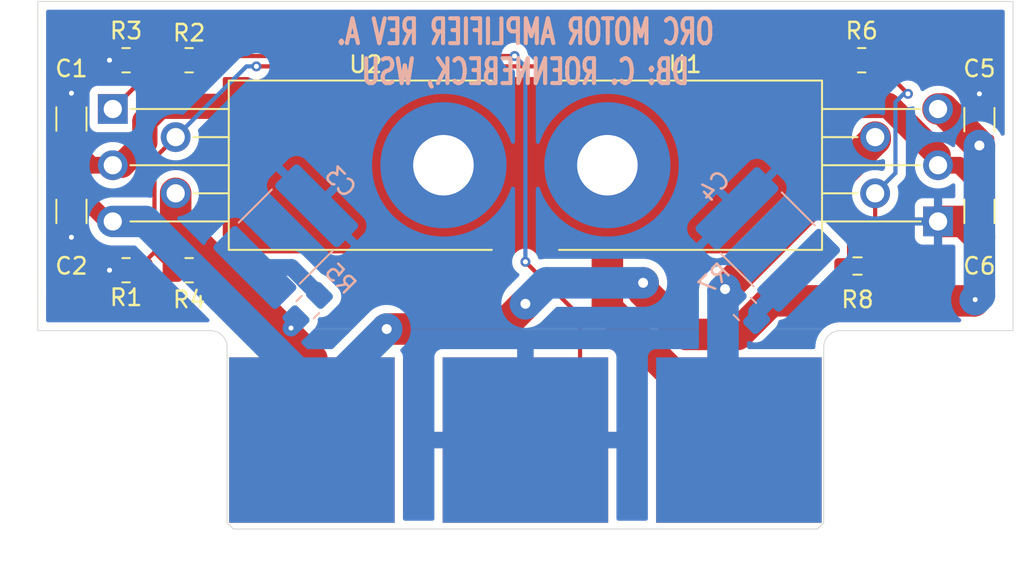
<source format=kicad_pcb>
(kicad_pcb (version 20240108) (generator "pcbnew") (generator_version "8.0")
  (layers (0 "F.Cu" signal) (31 "B.Cu" signal) (34 "B.Paste" user) (35 "F.Paste" user) (36 "B.SilkS" user "B.Silkscreen") (37 "F.SilkS" user "F.Silkscreen") (38 "B.Mask" user) (39 "F.Mask" user) (44 "Edge.Cuts" user))
  (net 0 "")
  (net 1 "GND")
  (net 2 "VEE")
  (net 3 "VCC")
  (net 4 "Net-(C3-Pad1)")
  (net 5 "Net-(C4-Pad1)")
  (net 6 "Net-(U1--)")
  (net 7 "/Input")
  (net 8 "Net-(U1-+)")
  (net 9 "/Out A")
  (net 10 "Net-(U2--)")
  (net 11 "/OutB")
  (footprint "Package_TO_SOT_THT:TO-220-5_P3.4x3.8mm_StaggerOdd_Lead7.13mm_TabDown_504222B_HS" (layer "F.Cu") (at 152.4 111.76 -90)
    (property "Reference" "U1" (at -6.096 -9.652 180) (layer "F.SilkS"))
    (property "Value" "LM675")
    (fp_line (start -5.121 17.923) (end 5.12 17.923) (stroke (width 0.12)) (layer "F.SilkS"))
    (fp_line (start -3.4 17.923) (end -3.4 23.883) (stroke (width 0.12)) (layer "F.SilkS"))
    (fp_line (start -1.7 17.923) (end -1.7 20.067) (stroke (width 0.12)) (layer "F.SilkS"))
    (fp_line (start 0 17.923) (end 0 23.868) (stroke (width 0.12)) (layer "F.SilkS"))
    (fp_line (start 1.7 17.923) (end 1.7 20.067) (stroke (width 0.12)) (layer "F.SilkS"))
    (fp_line (start 3.4 17.923) (end 3.4 23.868) (stroke (width 0.12)) (layer "F.SilkS"))
    (fp_line (start -5.121 2.033) (end -5.121 17.923) (stroke (width 0.12)) (layer "F.SilkS"))
    (fp_line (start 5.12 2.033) (end 5.12 17.923) (stroke (width 0.12)) (layer "F.SilkS"))
    (pad "1" thru_hole rect (at -3.4 24.933 270) (size 1.8 1.8) (drill 1.1) (layers "*.Cu" "*.Mask") (net 8 "Net-(U1-+)"))
    (pad "2" thru_hole oval (at -1.7 21.133 270) (size 1.8 1.8) (drill 1.1) (layers "*.Cu" "*.Mask") (net 6 "Net-(U1--)"))
    (pad "3" thru_hole circle (at 0 4.953) (size 7.62 7.62) (drill 3.6576) (layers "*.Cu" "*.Mask") (net 2 "VEE"))
    (pad "3" thru_hole oval (at 0 24.933 270) (size 1.8 1.8) (drill 1.1) (layers "*.Cu" "*.Mask") (net 2 "VEE"))
    (pad "4" thru_hole oval (at 1.7 21.133 270) (size 1.8 1.8) (drill 1.1) (layers "*.Cu" "*.Mask") (net 9 "/Out A"))
    (pad "5" thru_hole oval (at 3.4 24.933 270) (size 1.8 1.8) (drill 1.1) (layers "*.Cu" "*.Mask") (net 3 "VCC"))
  )
  (footprint "Resistor_SMD:R_0805_2012Metric_Pad1.20x1.40mm_HandSolder" (layer "F.Cu") (at 128.27 105.41 180)
    (property "Reference" "R3" (at 0 1.778 0) (layer "F.SilkS"))
    (property "Value" "100 ±0.5%")
    (fp_line (start -0.227064 0.735) (end 0.227064 0.735) (stroke (width 0.12)) (layer "F.SilkS"))
    (fp_line (start -0.227064 -0.735) (end 0.227064 -0.735) (stroke (width 0.12)) (layer "F.SilkS"))
    (pad "1" smd roundrect (at -1 0 180) (size 1.2 1.4) (layers "F.Cu" "F.Paste" "F.Mask") (roundrect_rratio 0.208333) (net 8 "Net-(U1-+)"))
    (pad "2" smd roundrect (at 1 0 180) (size 1.2 1.4) (layers "F.Cu" "F.Paste" "F.Mask") (roundrect_rratio 0.208333) (net 1 "GND"))
  )
  (footprint "Package_TO_SOT_THT:TO-220-5_P3.4x3.8mm_StaggerOdd_Lead7.13mm_TabDown_504222B_HS" (layer "F.Cu") (at 152.4 111.76 90)
    (property "Reference" "U2" (at 6.096 -9.652 180) (layer "F.SilkS"))
    (property "Value" "LM675")
    (fp_line (start 5.12 2.033) (end 5.12 17.923) (stroke (width 0.12)) (layer "F.SilkS"))
    (fp_line (start -5.121 2.033) (end -5.121 17.923) (stroke (width 0.12)) (layer "F.SilkS"))
    (fp_line (start 3.4 17.923) (end 3.4 23.868) (stroke (width 0.12)) (layer "F.SilkS"))
    (fp_line (start 1.7 17.923) (end 1.7 20.067) (stroke (width 0.12)) (layer "F.SilkS"))
    (fp_line (start 0 17.923) (end 0 23.868) (stroke (width 0.12)) (layer "F.SilkS"))
    (fp_line (start -1.7 17.923) (end -1.7 20.067) (stroke (width 0.12)) (layer "F.SilkS"))
    (fp_line (start -3.4 17.923) (end -3.4 23.883) (stroke (width 0.12)) (layer "F.SilkS"))
    (fp_line (start -5.121 17.923) (end 5.12 17.923) (stroke (width 0.12)) (layer "F.SilkS"))
    (pad "1" thru_hole rect (at -3.4 24.933 90) (size 1.8 1.8) (drill 1.1) (layers "*.Cu" "*.Mask") (net 1 "GND"))
    (pad "2" thru_hole oval (at -1.7 21.133 90) (size 1.8 1.8) (drill 1.1) (layers "*.Cu" "*.Mask") (net 10 "Net-(U2--)"))
    (pad "3" thru_hole circle (at 0 4.953 180) (size 7.62 7.62) (drill 3.6576) (layers "*.Cu" "*.Mask") (net 2 "VEE"))
    (pad "3" thru_hole oval (at 0 24.933 90) (size 1.8 1.8) (drill 1.1) (layers "*.Cu" "*.Mask") (net 2 "VEE"))
    (pad "4" thru_hole oval (at 1.7 21.133 90) (size 1.8 1.8) (drill 1.1) (layers "*.Cu" "*.Mask") (net 11 "/OutB"))
    (pad "5" thru_hole oval (at 3.4 24.933 90) (size 1.8 1.8) (drill 1.1) (layers "*.Cu" "*.Mask") (net 3 "VCC"))
  )
  (footprint "Capacitor_SMD:C_1206_3216Metric_Pad1.33x1.80mm_HandSolder" (layer "F.Cu") (at 124.968 108.966 90)
    (property "Reference" "C1" (at 3.048 0 180) (layer "F.SilkS"))
    (property "Value" ".1µ")
    (fp_line (start -0.711252 -0.91) (end 0.711252 -0.91) (stroke (width 0.12)) (layer "F.SilkS"))
    (fp_line (start -0.711252 0.91) (end 0.711252 0.91) (stroke (width 0.12)) (layer "F.SilkS"))
    (pad "1" smd roundrect (at -1.5625 0 90) (size 1.325 1.8) (layers "F.Cu" "F.Paste" "F.Mask") (roundrect_rratio 0.188679) (net 2 "VEE"))
    (pad "2" smd roundrect (at 1.5625 0 90) (size 1.325 1.8) (layers "F.Cu" "F.Paste" "F.Mask") (roundrect_rratio 0.188679) (net 1 "GND"))
  )
  (footprint "Resistor_SMD:R_0805_2012Metric_Pad1.20x1.40mm_HandSolder" (layer "F.Cu") (at 128.27 118.11 180)
    (property "Reference" "R1" (at 0 -1.65 0) (layer "F.SilkS"))
    (property "Value" "10k")
    (fp_line (start -0.227064 0.735) (end 0.227064 0.735) (stroke (width 0.12)) (layer "F.SilkS"))
    (fp_line (start -0.227064 -0.735) (end 0.227064 -0.735) (stroke (width 0.12)) (layer "F.SilkS"))
    (pad "1" smd roundrect (at -1 0 180) (size 1.2 1.4) (layers "F.Cu" "F.Paste" "F.Mask") (roundrect_rratio 0.208333) (net 6 "Net-(U1--)"))
    (pad "2" smd roundrect (at 1 0 180) (size 1.2 1.4) (layers "F.Cu" "F.Paste" "F.Mask") (roundrect_rratio 0.208333) (net 1 "GND"))
  )
  (footprint "Resistor_SMD:R_0603_1608Metric_Pad0.98x0.95mm_HandSolder" (layer "F.Cu") (at 172.466 117.856 180)
    (property "Reference" "R8" (at 0 -2.032 0) (layer "F.SilkS"))
    (property "Value" "990k")
    (fp_line (start -0.254724 0.5225) (end 0.254724 0.5225) (stroke (width 0.12)) (layer "F.SilkS"))
    (fp_line (start -0.254724 -0.5225) (end 0.254724 -0.5225) (stroke (width 0.12)) (layer "F.SilkS"))
    (pad "1" smd roundrect (at -0.9125 0 180) (size 0.975 0.95) (layers "F.Cu" "F.Paste" "F.Mask") (net 10 "Net-(U2--)"))
    (pad "2" smd roundrect (at 0.9125 0 180) (size 0.975 0.95) (layers "F.Cu" "F.Paste" "F.Mask") (net 11 "/OutB"))
  )
  (footprint "Capacitor_SMD:C_1206_3216Metric_Pad1.33x1.80mm_HandSolder" (layer "F.Cu") (at 179.832 114.554 -90)
    (property "Reference" "C6" (at 3.302 0 180) (layer "F.SilkS"))
    (property "Value" ".1µ")
    (fp_line (start -0.711252 0.91) (end 0.711252 0.91) (stroke (width 0.12)) (layer "F.SilkS"))
    (fp_line (start -0.711252 -0.91) (end 0.711252 -0.91) (stroke (width 0.12)) (layer "F.SilkS"))
    (pad "1" smd roundrect (at -1.5625 0 270) (size 1.325 1.8) (layers "F.Cu" "F.Paste" "F.Mask") (roundrect_rratio 0.188679) (net 2 "VEE"))
    (pad "2" smd roundrect (at 1.5625 0 270) (size 1.325 1.8) (layers "F.Cu" "F.Paste" "F.Mask") (roundrect_rratio 0.188679) (net 1 "GND"))
  )
  (footprint "Connector_PCBEdge:MOLEX-45719-0005_PCB_EDGE" (layer "F.Cu") (at 152.4 133.382)
    (property "Reference" "J1" (hide yes))
    (property "Value" "Conn_01x06")
    (pad "A3" smd rect (at 12.9 -5) (size 10.000005 10.000005) (property pad_prop_fiducial_loc) (layers "F.Cu" "F.Mask") (net 2 "VEE"))
    (pad "A8" smd rect (at 0 -5) (size 10.000005 10.000005) (property pad_prop_fiducial_loc) (layers "F.Cu" "F.Mask") (net 7 "/Input"))
    (pad "A13" smd rect (at -12.9 -5) (size 10.000005 10.000005) (property pad_prop_fiducial_loc) (layers "F.Cu" "F.Mask") (net 9 "/Out A"))
    (pad "B3" smd rect (at 12.9 -5) (size 10.000005 10.000005) (property pad_prop_fiducial_loc) (layers "B.Cu" "B.Mask") (net 11 "/OutB"))
    (pad "B8" smd rect (at 0 -5) (size 10.000005 10.000005) (property pad_prop_fiducial_loc) (layers "B.Cu" "B.Mask") (net 1 "GND"))
    (pad "B13" smd rect (at -12.9 -5) (size 10.000005 10.000005) (property pad_prop_fiducial_loc) (layers "B.Cu" "B.Mask") (net 3 "VCC"))
  )
  (footprint "Resistor_SMD:R_0805_2012Metric_Pad1.20x1.40mm_HandSolder" (layer "F.Cu") (at 132.08 105.41)
    (property "Reference" "R2" (at 0 -1.65 0) (layer "F.SilkS"))
    (property "Value" "213 ±0.5%")
    (fp_line (start -0.227064 -0.735) (end 0.227064 -0.735) (stroke (width 0.12)) (layer "F.SilkS"))
    (fp_line (start -0.227064 0.735) (end 0.227064 0.735) (stroke (width 0.12)) (layer "F.SilkS"))
    (pad "1" smd roundrect (at -1 0) (size 1.2 1.4) (layers "F.Cu" "F.Paste" "F.Mask") (roundrect_rratio 0.208333) (net 8 "Net-(U1-+)"))
    (pad "2" smd roundrect (at 1 0) (size 1.2 1.4) (layers "F.Cu" "F.Paste" "F.Mask") (roundrect_rratio 0.208333) (net 7 "/Input"))
  )
  (footprint "Resistor_SMD:R_0805_2012Metric_Pad1.20x1.40mm_HandSolder" (layer "F.Cu") (at 172.72 105.41 180)
    (property "Reference" "R6" (at 0 1.778 0) (layer "F.SilkS"))
    (property "Value" "99k")
    (fp_line (start -0.227064 0.735) (end 0.227064 0.735) (stroke (width 0.12)) (layer "F.SilkS"))
    (fp_line (start -0.227064 -0.735) (end 0.227064 -0.735) (stroke (width 0.12)) (layer "F.SilkS"))
    (pad "1" smd roundrect (at -1 0 180) (size 1.2 1.4) (layers "F.Cu" "F.Paste" "F.Mask") (roundrect_rratio 0.208333) (net 10 "Net-(U2--)"))
    (pad "2" smd roundrect (at 1 0 180) (size 1.2 1.4) (layers "F.Cu" "F.Paste" "F.Mask") (roundrect_rratio 0.208333) (net 6 "Net-(U1--)"))
  )
  (footprint "Capacitor_SMD:C_1206_3216Metric_Pad1.33x1.80mm_HandSolder" (layer "F.Cu") (at 179.832 109.0045 90)
    (property "Reference" "C5" (at 3.0865 0 180) (layer "F.SilkS"))
    (property "Value" ".1µ")
    (fp_line (start -0.711252 -0.91) (end 0.711252 -0.91) (stroke (width 0.12)) (layer "F.SilkS"))
    (fp_line (start -0.711252 0.91) (end 0.711252 0.91) (stroke (width 0.12)) (layer "F.SilkS"))
    (pad "1" smd roundrect (at -1.5625 0 90) (size 1.325 1.8) (layers "F.Cu" "F.Paste" "F.Mask") (roundrect_rratio 0.188679) (net 3 "VCC"))
    (pad "2" smd roundrect (at 1.5625 0 90) (size 1.325 1.8) (layers "F.Cu" "F.Paste" "F.Mask") (roundrect_rratio 0.188679) (net 1 "GND"))
  )
  (footprint "Capacitor_SMD:C_1206_3216Metric_Pad1.33x1.80mm_HandSolder" (layer "F.Cu") (at 124.968 114.554 -90)
    (property "Reference" "C2" (at 3.302 0 180) (layer "F.SilkS"))
    (property "Value" ".1µ")
    (fp_line (start -0.711252 0.91) (end 0.711252 0.91) (stroke (width 0.12)) (layer "F.SilkS"))
    (fp_line (start -0.711252 -0.91) (end 0.711252 -0.91) (stroke (width 0.12)) (layer "F.SilkS"))
    (pad "1" smd roundrect (at -1.5625 0 270) (size 1.325 1.8) (layers "F.Cu" "F.Paste" "F.Mask") (roundrect_rratio 0.188679) (net 3 "VCC"))
    (pad "2" smd roundrect (at 1.5625 0 270) (size 1.325 1.8) (layers "F.Cu" "F.Paste" "F.Mask") (roundrect_rratio 0.188679) (net 1 "GND"))
  )
  (footprint "Resistor_SMD:R_0805_2012Metric_Pad1.20x1.40mm_HandSolder" (layer "F.Cu") (at 132.08 118.11)
    (property "Reference" "R4" (at 0 1.778 0) (layer "F.SilkS"))
    (property "Value" "100k")
    (fp_line (start -0.227064 -0.735) (end 0.227064 -0.735) (stroke (width 0.12)) (layer "F.SilkS"))
    (fp_line (start -0.227064 0.735) (end 0.227064 0.735) (stroke (width 0.12)) (layer "F.SilkS"))
    (pad "1" smd roundrect (at -1 0) (size 1.2 1.4) (layers "F.Cu" "F.Paste" "F.Mask") (roundrect_rratio 0.208333) (net 6 "Net-(U1--)"))
    (pad "2" smd roundrect (at 1 0) (size 1.2 1.4) (layers "F.Cu" "F.Paste" "F.Mask") (roundrect_rratio 0.208333) (net 9 "/Out A"))
  )
  (footprint "Capacitor_SMD:C_2220_5750Metric_Pad1.97x5.40mm_HandSolder" (layer "B.Cu") (at 137.922 116.078 45)
    (property "Reference" "C3" (at 4.669733 0 -45) (layer "B.SilkS") (effects (justify mirror)))
    (property "Value" ".22µ")
    (fp_line (start 1.415748 -2.61) (end -1.415748 -2.61) (stroke (width 0.12)) (layer "B.SilkS"))
    (fp_line (start 1.415748 2.61) (end -1.415748 2.61) (stroke (width 0.12)) (layer "B.SilkS"))
    (pad "1" smd roundrect (at -2.6375 0 45) (size 1.975 5.4) (layers "B.Cu" "B.Paste" "B.Mask") (roundrect_rratio 0.126582) (net 4 "Net-(C3-Pad1)"))
    (pad "2" smd roundrect (at 2.6375 0 45) (size 1.975 5.4) (layers "B.Cu" "B.Paste" "B.Mask") (roundrect_rratio 0.126582) (net 1 "GND"))
  )
  (footprint "Resistor_SMD:R_0805_2012Metric_Pad1.20x1.40mm_HandSolder" (layer "B.Cu") (at 165.662893 120.450893 -45)
    (property "Reference" "R7" (at -2.592102 0 45) (layer "B.SilkS") (effects (justify mirror)))
    (property "Value" "6.98k")
    (fp_line (start 0.227064 0.735) (end -0.227064 0.735) (stroke (width 0.12)) (layer "B.SilkS"))
    (fp_line (start 0.227064 -0.735) (end -0.227064 -0.735) (stroke (width 0.12)) (layer "B.SilkS"))
    (pad "1" smd roundrect (at -1 0 315) (size 1.2 1.4) (layers "B.Cu" "B.Paste" "B.Mask") (roundrect_rratio 0.208333) (net 11 "/OutB"))
    (pad "2" smd roundrect (at 1 0 315) (size 1.2 1.4) (layers "B.Cu" "B.Paste" "B.Mask") (roundrect_rratio 0.208333) (net 5 "Net-(C4-Pad1)"))
  )
  (footprint "Capacitor_SMD:C_2220_5750Metric_Pad1.97x5.40mm_HandSolder" (layer "B.Cu") (at 167.045006 116.245006 135)
    (property "Reference" "C4" (at 4.546705 0 45) (layer "B.SilkS") (effects (justify mirror)))
    (property "Value" ".22µ")
    (fp_line (start 1.415748 -2.61) (end -1.415748 -2.61) (stroke (width 0.12)) (layer "B.SilkS"))
    (fp_line (start 1.415748 2.61) (end -1.415748 2.61) (stroke (width 0.12)) (layer "B.SilkS"))
    (pad "1" smd roundrect (at -2.6375 0 135) (size 1.975 5.4) (layers "B.Cu" "B.Paste" "B.Mask") (roundrect_rratio 0.126582) (net 5 "Net-(C4-Pad1)"))
    (pad "2" smd roundrect (at 2.6375 0 135) (size 1.975 5.4) (layers "B.Cu" "B.Paste" "B.Mask") (roundrect_rratio 0.126582) (net 1 "GND"))
  )
  (footprint "Resistor_SMD:R_0805_2012Metric_Pad1.20x1.40mm_HandSolder" (layer "B.Cu") (at 139.246893 120.341107 45)
    (property "Reference" "R5" (at 2.616446 0.179605 -45) (layer "B.SilkS") (effects (justify mirror)))
    (property "Value" "6.98k")
    (fp_line (start 0.227064 -0.735) (end -0.227064 -0.735) (stroke (width 0.12)) (layer "B.SilkS"))
    (fp_line (start 0.227064 0.735) (end -0.227064 0.735) (stroke (width 0.12)) (layer "B.SilkS"))
    (pad "1" smd roundrect (at -1 0 45) (size 1.2 1.4) (layers "B.Cu" "B.Paste" "B.Mask") (roundrect_rratio 0.208333) (net 9 "/Out A"))
    (pad "2" smd roundrect (at 1 0 45) (size 1.2 1.4) (layers "B.Cu" "B.Paste" "B.Mask") (roundrect_rratio 0.208333) (net 4 "Net-(C3-Pad1)"))
  )
  (gr_arc (start 170.425 122.762) (mid 170.717893 122.054893) (end 171.425 121.762) (stroke (width 0.05)) (layer "Edge.Cuts"))
  (gr_line (start 134.755 133.762) (end 134.375 133.382) (stroke (width 0.05)) (layer "Edge.Cuts"))
  (gr_line (start 170.425 133.382) (end 170.045 133.762) (stroke (width 0.05)) (layer "Edge.Cuts"))
  (gr_line (start 133.375 121.762) (end 122.93537 121.762) (stroke (width 0.05)) (layer "Edge.Cuts"))
  (gr_line (start 122.936629 101.854) (end 122.93537 121.762) (stroke (width 0.05)) (layer "Edge.Cuts"))
  (gr_arc (start 133.375 121.762) (mid 134.082107 122.054893) (end 134.375 122.762) (stroke (width 0.05)) (layer "Edge.Cuts"))
  (gr_line (start 181.864 121.762) (end 181.864 101.854) (stroke (width 0.05)) (layer "Edge.Cuts"))
  (gr_line (start 170.425 122.762) (end 170.425 133.382) (stroke (width 0.05)) (layer "Edge.Cuts"))
  (gr_line (start 134.375 122.762) (end 134.375 133.382) (stroke (width 0.05)) (layer "Edge.Cuts"))
  (gr_line (start 170.045 133.762) (end 134.755 133.762) (stroke (width 0.05)) (layer "Edge.Cuts"))
  (gr_line (start 171.425 121.762) (end 181.864 121.762) (stroke (width 0.05)) (layer "Edge.Cuts"))
  (gr_line (start 181.864 101.854) (end 122.936629 101.854) (stroke (width 0.05)) (layer "Edge.Cuts"))
  (gr_text "ORC MOTOR AMPLIFIER REV A.\nDB: C. ROENNEBECK, WSU" (at 152.4 104.902 0) (layer "B.SilkS") (effects (font (size 1.5 1) (thickness 0.25) (bold yes)) (justify mirror)))
  (segment (start 177.333 115.16) (end 178.8755 115.16) (width 1.905) (layer "F.Cu") (net 1))
  (segment (start 178.8755 115.16) (end 179.832 116.1165) (width 1.905) (layer "F.Cu") (net 1))
  (via (at 179.832 107.442) (size 0.6) (drill 0.3) (layers "F.Cu" "B.Cu") (net 1))
  (via (at 127.27 105.41) (size 0.6) (drill 0.3) (layers "F.Cu" "B.Cu") (net 1))
  (via (at 127.27 118.11) (size 0.6) (drill 0.3) (layers "F.Cu" "B.Cu") (net 1))
  (via (at 124.968 116.1165) (size 0.6) (drill 0.3) (layers "F.Cu" "B.Cu") (net 1))
  (via (at 124.968 107.4035) (size 0.6) (drill 0.3) (layers "F.Cu" "B.Cu") (net 1))
  (segment (start 127.467 111.76) (end 127.467 111.934056) (width 1.016) (layer "F.Cu") (net 2))
  (segment (start 174.326012 108.1455) (end 160.9675 108.1455) (width 1.524) (layer "F.Cu") (net 2))
  (segment (start 177.333 111.76) (end 178.6005 111.76) (width 1.016) (layer "F.Cu") (net 2))
  (segment (start 157.353 120.435) (end 157.353 111.76) (width 1.905) (layer "F.Cu") (net 2))
  (segment (start 130.308 108.198) (end 143.885 108.198) (width 1.524) (layer "F.Cu") (net 2))
  (segment (start 178.6005 111.76) (end 179.832 112.9915) (width 1.016) (layer "F.Cu") (net 2))
  (segment (start 160.9675 108.1455) (end 157.353 111.76) (width 1.524) (layer "F.Cu") (net 2))
  (segment (start 127.467 111.76) (end 126.1995 111.76) (width 1.016) (layer "F.Cu") (net 2))
  (segment (start 127.467 111.76) (end 128.016 111.76) (width 1.524) (layer "F.Cu") (net 2))
  (segment (start 162.56 125.642) (end 165.3 128.382) (width 1.016) (layer "F.Cu") (net 2))
  (segment (start 129.405 109.101) (end 130.308 108.198) (width 1.524) (layer "F.Cu") (net 2))
  (segment (start 157.353 111.76) (end 147.447 111.76) (width 1.524) (layer "F.Cu") (net 2))
  (segment (start 143.885 108.198) (end 147.447 111.76) (width 1.524) (layer "F.Cu") (net 2))
  (segment (start 126.1995 111.76) (end 124.968 110.5285) (width 1.016) (layer "F.Cu") (net 2))
  (segment (start 177.333 111.76) (end 177.333 111.152488) (width 1.524) (layer "F.Cu") (net 2))
  (segment (start 165.3 128.382) (end 157.353 120.435) (width 1.905) (layer "F.Cu") (net 2))
  (segment (start 177.333 111.152488) (end 174.326012 108.1455) (width 1.524) (layer "F.Cu") (net 2))
  (segment (start 129.405 110.371) (end 129.405 109.101) (width 1.524) (layer "F.Cu") (net 2))
  (segment (start 177.333 111.76) (end 177.333 111.585944) (width 1.016) (layer "F.Cu") (net 2))
  (segment (start 128.016 111.76) (end 129.405 110.371) (width 1.524) (layer "F.Cu") (net 2))
  (segment (start 127.467 111.76) (end 127.467 111.576) (width 1.016) (layer "B.Cu") (net 2))
  (segment (start 165.20992 121.993) (end 167.24042 119.9625) (width 1.905) (layer "F.Cu") (net 3))
  (segment (start 144.018 121.666) (end 150.876 121.666) (width 1.905) (layer "F.Cu") (net 3))
  (segment (start 177.333 108.36) (end 177.625 108.36) (width 1.905) (layer "F.Cu") (net 3))
  (segment (start 167.24042 119.9625) (end 179.5035 119.9625) (width 1.905) (layer "F.Cu") (net 3))
  (segment (start 162.125 121.993) (end 165.20992 121.993) (width 1.905) (layer "F.Cu") (net 3))
  (segment (start 127.1365 115.16) (end 124.968 112.9915) (width 1.016) (layer "F.Cu") (net 3))
  (segment (start 159.512 118.872) (end 159.512 119.38) (width 1.905) (layer "F.Cu") (net 3))
  (segment (start 150.876 121.666) (end 152.4 120.142) (width 1.905) (layer "F.Cu") (net 3))
  (segment (start 159.512 119.38) (end 162.125 121.993) (width 1.905) (layer "F.Cu") (net 3))
  (segment (start 179.5035 119.9625) (end 179.578 119.888) (width 1.905) (layer "F.Cu") (net 3))
  (segment (start 177.625 108.36) (end 179.832 110.567) (width 1.905) (layer "F.Cu") (net 3))
  (segment (start 127.467 115.16) (end 127.1365 115.16) (width 1.016) (layer "F.Cu") (net 3))
  (via (at 179.832 110.567) (size 1.2) (drill 0.6) (layers "F.Cu" "B.Cu") (net 3))
  (via (at 144.018 121.666) (size 1.2) (drill 0.6) (layers "F.Cu" "B.Cu") (net 3))
  (via (at 159.512 118.872) (size 1.2) (drill 0.6) (layers "F.Cu" "B.Cu") (net 3))
  (via (at 179.578 119.888) (size 1.2) (drill 0.3) (layers "F.Cu" "B.Cu") (net 3))
  (via (at 152.4 120.142) (size 1.2) (drill 0.6) (layers "F.Cu" "B.Cu") (net 3))
  (segment (start 139.5 127.153106) (end 139.5 128.382) (width 1.524) (layer "B.Cu") (net 3))
  (segment (start 177.333 108.534056) (end 177.333 108.36) (width 1.016) (layer "B.Cu") (net 3))
  (segment (start 159.512 118.872) (end 153.67 118.872) (width 1.905) (layer "B.Cu") (net 3))
  (segment (start 127.467 114.790472) (end 127.467 115.16) (width 1.016) (layer "B.Cu") (net 3))
  (segment (start 139.5 126.184) (end 144.018 121.666) (width 1.905) (layer "B.Cu") (net 3))
  (segment (start 141.351 126.531) (end 139.5 128.382) (width 1.524) (layer "B.Cu") (net 3))
  (segment (start 179.832 119.634) (end 179.578 119.888) (width 1.905) (layer "B.Cu") (net 3))
  (segment (start 139.5 125.217362) (end 139.5 128.382) (width 1.905) (layer "B.Cu") (net 3))
  (segment (start 129.442638 115.16) (end 139.5 125.217362) (width 1.905) (layer "B.Cu") (net 3))
  (segment (start 127.467 115.16) (end 129.442638 115.16) (width 1.905) (layer "B.Cu") (net 3))
  (segment (start 139.5 125.168) (end 139.5 128.382) (width 1.016) (layer "B.Cu") (net 3))
  (segment (start 179.832 110.567) (end 179.832 119.634) (width 1.905) (layer "B.Cu") (net 3))
  (segment (start 139.5 128.382) (end 139.5 126.184) (width 1.905) (layer "B.Cu") (net 3))
  (segment (start 140.716 127.166) (end 139.5 128.382) (width 1.905) (layer "B.Cu") (net 3))
  (segment (start 153.67 118.872) (end 152.4 120.142) (width 1.905) (layer "B.Cu") (net 3))
  (segment (start 136.057006 117.942994) (end 138.262994 117.942994) (width 1.016) (layer "B.Cu") (net 4))
  (segment (start 138.262994 117.942994) (end 139.954 119.634) (width 1.016) (layer "B.Cu") (net 4))
  (segment (start 166.37 120.65) (end 168.91 118.11) (width 1.016) (layer "B.Cu") (net 5))
  (segment (start 166.37 121.158) (end 166.37 120.65) (width 1.016) (layer "B.Cu") (net 5))
  (segment (start 136.144 105.783) (end 171.347 105.783) (width 0.254) (layer "F.Cu") (net 6))
  (segment (start 129.27 117.735) (end 129.27 118.11) (width 0.254) (layer "F.Cu") (net 6))
  (segment (start 129.9875 117.0175) (end 131.08 118.11) (width 0.254) (layer "F.Cu") (net 6))
  (segment (start 129.9875 111.3395) (end 129.9875 117.0175) (width 0.254) (layer "F.Cu") (net 6))
  (segment (start 129.9875 117.0175) (end 129.27 117.735) (width 0.254) (layer "F.Cu") (net 6))
  (segment (start 131.267 110.06) (end 129.9875 111.3395) (width 0.254) (layer "F.Cu") (net 6))
  (segment (start 171.347 105.783) (end 171.72 105.41) (width 0.254) (layer "F.Cu") (net 6))
  (via (at 136.144 105.783) (size 0.6) (drill 0.3) (layers "F.Cu" "B.Cu") (net 6))
  (segment (start 135.544 105.783) (end 131.267 110.06) (width 0.254) (layer "B.Cu") (net 6))
  (segment (start 136.144 105.783) (end 135.544 105.783) (width 0.254) (layer "B.Cu") (net 6))
  (segment (start 133.334 105.156) (end 133.08 105.41) (width 0.254) (layer "F.Cu") (net 7))
  (segment (start 151.7475 105.156) (end 133.334 105.156) (width 0.254) (layer "F.Cu") (net 7))
  (segment (start 155.702 125.08) (end 152.4 128.382) (width 0.254) (layer "F.Cu") (net 7))
  (segment (start 155.702 120.904) (end 155.702 125.08) (width 0.254) (layer "F.Cu") (net 7))
  (segment (start 152.4 117.602) (end 155.702 120.904) (width 0.254) (layer "F.Cu") (net 7))
  (via (at 151.7475 105.156) (size 0.6) (drill 0.3) (layers "F.Cu" "B.Cu") (net 7))
  (via (at 152.4 117.602) (size 0.6) (drill 0.3) (layers "F.Cu" "B.Cu") (net 7))
  (segment (start 152.4 105.8085) (end 152.4 117.602) (width 0.254) (layer "B.Cu") (net 7))
  (segment (start 151.7475 105.156) (end 152.4 105.8085) (width 0.254) (layer "B.Cu") (net 7))
  (segment (start 127.467 108.36) (end 129.27 106.557) (width 0.254) (layer "F.Cu") (net 8))
  (segment (start 131.08 105.41) (end 129.27 105.41) (width 0.254) (layer "F.Cu") (net 8))
  (segment (start 129.27 106.557) (end 129.27 105.41) (width 0.254) (layer "F.Cu") (net 8))
  (segment (start 131.267 115.265) (end 131.267 113.46) (width 1.905) (layer "F.Cu") (net 9))
  (segment (start 139.5 123.498) (end 135.9645 119.9625) (width 1.905) (layer "F.Cu") (net 9))
  (segment (start 135.952138 119.9625) (end 135.1375 119.147862) (width 1.905) (layer "F.Cu") (net 9))
  (segment (start 135.1375 119.147862) (end 135.1375 119.1355) (width 1.905) (layer "F.Cu") (net 9))
  (segment (start 135.1375 119.1355) (end 131.267 115.265) (width 1.905) (layer "F.Cu") (net 9))
  (segment (start 135.9645 119.9625) (end 135.952138 119.9625) (width 1.905) (layer "F.Cu") (net 9))
  (segment (start 139.5 128.382) (end 139.5 123.498) (width 1.905) (layer "F.Cu") (net 9))
  (via (at 138.23647 121.60553) (size 0.6) (drill 0.3) (layers "F.Cu" "B.Cu") (net 9))
  (segment (start 138.539786 121.302214) (end 138.23647 121.60553) (width 1.016) (layer "B.Cu") (net 9))
  (segment (start 138.539786 121.048214) (end 138.539786 121.302214) (width 1.016) (layer "B.Cu") (net 9))
  (segment (start 175.514 107.442) (end 173.72 105.648) (width 0.254) (layer "F.Cu") (net 10))
  (segment (start 173.533 115.4155) (end 173.3785 115.57) (width 0.254) (layer "F.Cu") (net 10))
  (segment (start 173.533 113.46) (end 173.533 115.4155) (width 0.254) (layer "F.Cu") (net 10))
  (segment (start 173.72 105.648) (end 173.72 105.41) (width 0.254) (layer "F.Cu") (net 10))
  (segment (start 173.3785 115.57) (end 173.3785 117.856) (width 0.254) (layer "F.Cu") (net 10))
  (via (at 175.514 107.442) (size 0.6) (drill 0.3) (layers "F.Cu" "B.Cu") (net 10))
  (segment (start 174.76 112.233) (end 174.76 107.942) (width 0.254) (layer "B.Cu") (net 10))
  (segment (start 173.533 113.46) (end 174.76 112.233) (width 0.254) (layer "B.Cu") (net 10))
  (segment (start 173.533 113.46) (end 173.587924 113.46) (width 0.254) (layer "B.Cu") (net 10))
  (segment (start 175.26 107.442) (end 175.514 107.442) (width 0.254) (layer "B.Cu") (net 10))
  (segment (start 174.76 107.942) (end 175.26 107.442) (width 0.254) (layer "B.Cu") (net 10))
  (segment (start 171.958 117.4515) (end 171.958 111.635) (width 0.254) (layer "F.Cu") (net 11))
  (segment (start 171.5535 117.856) (end 171.958 117.4515) (width 0.254) (layer "F.Cu") (net 11))
  (segment (start 171.958 111.635) (end 173.533 110.06) (width 0.254) (layer "F.Cu") (net 11))
  (segment (start 173.533 110.185) (end 173.533 110.06) (width 1.905) (layer "F.Cu") (net 11))
  (segment (start 164.465 119.253) (end 173.533 110.185) (width 1.905) (layer "F.Cu") (net 11))
  (via (at 164.465 119.253) (size 1.2) (drill 0.6) (layers "F.Cu" "B.Cu") (net 11))
  (segment (start 164.338 119.38) (end 164.338 127.42) (width 1.905) (layer "B.Cu") (net 11))
  (segment (start 165.862 127.82) (end 165.3 128.382) (width 1.905) (layer "B.Cu") (net 11))
  (segment (start 164.465 119.253) (end 164.338 119.38) (width 1.905) (layer "B.Cu") (net 11))
  (segment (start 164.338 127.42) (end 165.3 128.382) (width 1.905) (layer "B.Cu") (net 11))
  (segment (start 164.465 119.253) (end 164.955786 119.743786) (width 1.016) (layer "B.Cu") (net 11))
  (zone (net 2) (net_name "VEE") (layer "F.Cu") (connect_pads yes (clearance 0.5)) (min_thickness 0.25) (fill yes (thermal_gap 0.5) (thermal_bridge_width 1))
    (polygon (pts (xy 134.112 106.426) (xy 170.688 106.426) (xy 170.688 117.094) (xy 134.112 117.094)))
  )
  (zone (net 1) (net_name "GND") (layer "B.Cu") (priority 2) (connect_pads (clearance 0.5)) (min_thickness 0.25) (fill yes (thermal_gap 0.5) (thermal_bridge_width 1))
    (polygon (pts (xy 134.366 121.666) (xy 170.434 121.666) (xy 170.434 133.858) (xy 134.366 133.858)))
  )
  (zone (net 1) (net_name "GND") (layer "B.Cu") (priority 1) (connect_pads (clearance 0.5)) (min_thickness 0.25) (fill yes (thermal_gap 0.5) (thermal_bridge_width 0.5))
    (polygon (pts (xy 122.936 101.854) (xy 181.864 101.854) (xy 181.864 121.666) (xy 122.936 121.666)))
  )
)
</source>
